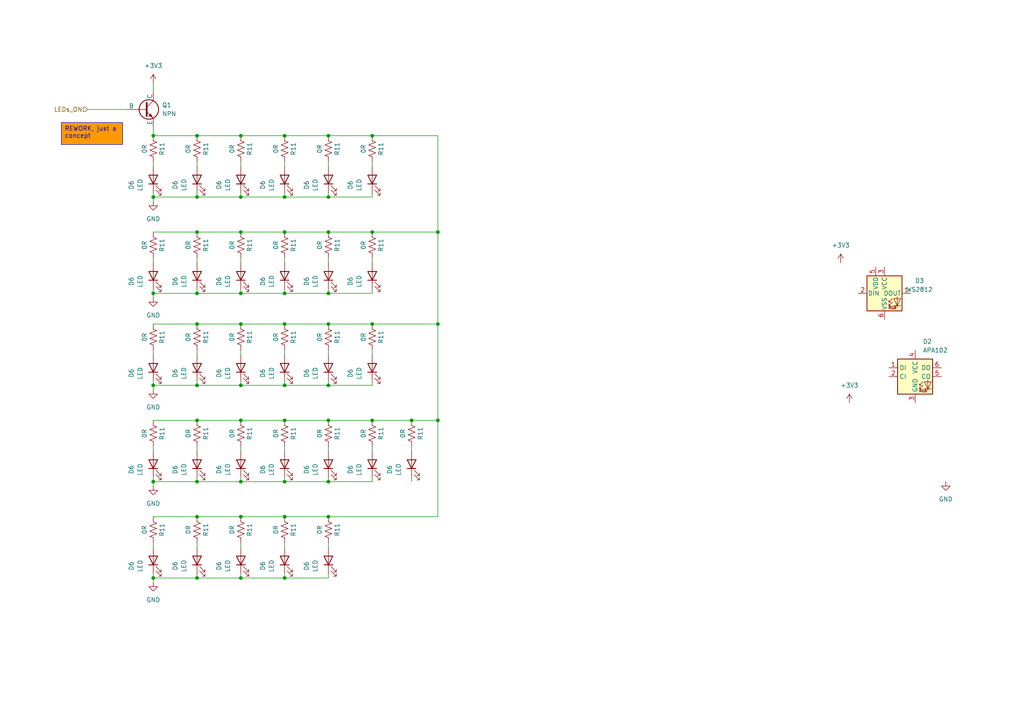
<source format=kicad_sch>
(kicad_sch (version 20230121) (generator eeschema)
  (paper "A4")
  (lib_symbols
    (symbol "Device:LED" (pin_numbers hide) (pin_names (offset 1.016) hide)
      (property "Reference" "D" (at 0 2.54 0))
      (property "Value" "LED" (at 0 -2.54 0))
      (symbol "LED_0_1"
        (polyline (pts (xy -1.27 -1.27) (xy -1.27 1.27)) (stroke (width 0.254)))
        (polyline (pts (xy -1.27 0) (xy 1.27 0)))
        (polyline (pts (xy 1.27 -1.27) (xy 1.27 1.27) (xy -1.27 0) (xy 1.27 -1.27)) (stroke (width 0.254)))
        (polyline (pts (xy -3.048 -0.762) (xy -4.572 -2.286) (xy -3.81 -2.286) (xy -4.572 -2.286) (xy -4.572 -1.524)))
        (polyline (pts (xy -1.778 -0.762) (xy -3.302 -2.286) (xy -2.54 -2.286) (xy -3.302 -2.286) (xy -3.302 -1.524)))
      )
      (symbol "LED_1_1"
        (pin passive line (at -3.81 0 0) (length 2.54) (name "K") (number "1"))
        (pin passive line (at 3.81 0 180) (length 2.54) (name "A") (number "2"))
      )
    )
    (symbol "Device:R_US" (pin_numbers hide) (pin_names (offset 0))
      (property "Reference" "R" (at 2.54 0 90))
      (property "Value" "R_US" (at -2.54 0 90))
      (symbol "R_US_0_1"
        (polyline (pts (xy 0 -2.286) (xy 0 -2.54)))
        (polyline (pts (xy 0 2.286) (xy 0 2.54)))
        (polyline (pts (xy 0 -0.762) (xy 1.016 -1.143) (xy 0 -1.524) (xy -1.016 -1.905) (xy 0 -2.286)))
        (polyline (pts (xy 0 0.762) (xy 1.016 0.381) (xy 0 0) (xy -1.016 -0.381) (xy 0 -0.762)))
        (polyline (pts (xy 0 2.286) (xy 1.016 1.905) (xy 0 1.524) (xy -1.016 1.143) (xy 0 0.762)))
      )
      (symbol "R_US_1_1"
        (pin passive line (at 0 3.81 270) (length 1.27) (name "~") (number "1"))
        (pin passive line (at 0 -3.81 90) (length 1.27) (name "~") (number "2"))
      )
    )
    (symbol "LED:APA102"
      (property "Reference" "D" (at 5.08 5.715 0))
      (property "Value" "APA102" (at 1.27 -5.715 0))
      (symbol "APA102_0_0"
        (text "RGB" (at 2.286 -4.191 0) (effects (font (size 0.762 0.762))))
      )
      (symbol "APA102_0_1"
        (polyline (pts (xy 1.27 -3.556) (xy 1.778 -3.556)))
        (polyline (pts (xy 1.27 -2.54) (xy 1.778 -2.54)))
        (polyline (pts (xy 4.699 -3.556) (xy 2.667 -3.556)))
        (polyline (pts (xy 2.286 -2.54) (xy 1.27 -3.556) (xy 1.27 -3.048)))
        (polyline (pts (xy 2.286 -1.524) (xy 1.27 -2.54) (xy 1.27 -2.032)))
        (polyline (pts (xy 3.683 -1.016) (xy 3.683 -3.556) (xy 3.683 -4.064)))
        (polyline (pts (xy 4.699 -1.524) (xy 2.667 -1.524) (xy 3.683 -3.556) (xy 4.699 -1.524)))
        (rectangle (start 5.08 5.08) (end -5.08 -5.08) (stroke (width 0.254)) (fill (type background)))
      )
      (symbol "APA102_1_1"
        (pin input line (at -7.62 2.54 0) (length 2.54) (name "DI") (number "1"))
        (pin input line (at -7.62 0 0) (length 2.54) (name "CI") (number "2"))
        (pin power_in line (at 0 -7.62 90) (length 2.54) (name "GND") (number "3"))
        (pin power_in line (at 0 7.62 270) (length 2.54) (name "VCC") (number "4"))
        (pin output line (at 7.62 0 180) (length 2.54) (name "CO") (number "5"))
        (pin output line (at 7.62 2.54 180) (length 2.54) (name "DO") (number "6"))
      )
    )
    (symbol "LED:WS2812" (pin_names (offset 0.254))
      (property "Reference" "D" (at 5.08 5.715 0))
      (property "Value" "WS2812" (at 1.27 -5.715 0))
      (symbol "WS2812_0_0"
        (text "RGB" (at 2.286 -4.191 0) (effects (font (size 0.762 0.762))))
      )
      (symbol "WS2812_0_1"
        (polyline (pts (xy 1.27 -3.556) (xy 1.778 -3.556)))
        (polyline (pts (xy 1.27 -2.54) (xy 1.778 -2.54)))
        (polyline (pts (xy 4.699 -3.556) (xy 2.667 -3.556)))
        (polyline (pts (xy 2.286 -2.54) (xy 1.27 -3.556) (xy 1.27 -3.048)))
        (polyline (pts (xy 2.286 -1.524) (xy 1.27 -2.54) (xy 1.27 -2.032)))
        (polyline (pts (xy 3.683 -1.016) (xy 3.683 -3.556) (xy 3.683 -4.064)))
        (polyline (pts (xy 4.699 -1.524) (xy 2.667 -1.524) (xy 3.683 -3.556) (xy 4.699 -1.524)))
        (rectangle (start 5.08 5.08) (end -5.08 -5.08) (stroke (width 0.254)) (fill (type background)))
      )
      (symbol "WS2812_1_1"
        (pin output line (at 7.62 0 180) (length 2.54) (name "DOUT") (number "1"))
        (pin input line (at -7.62 0 0) (length 2.54) (name "DIN") (number "2"))
        (pin power_in line (at 0 7.62 270) (length 2.54) (name "VCC") (number "3"))
        (pin no_connect line (at 5.08 2.54 180) (length 2.54) hide (name "NC") (number "4"))
        (pin power_in line (at -2.54 7.62 270) (length 2.54) (name "VDD") (number "5"))
        (pin power_in line (at 0 -7.62 90) (length 2.54) (name "VSS") (number "6"))
      )
    )
    (symbol "Simulation_SPICE:NPN" (pin_numbers hide) (pin_names (offset 0))
      (property "Reference" "Q" (at -2.54 7.62 0))
      (property "Value" "NPN" (at -2.54 5.08 0))
      (symbol "NPN_0_1"
        (polyline (pts (xy -2.54 0) (xy 0.635 0)) (stroke (width 0.1524)))
        (polyline (pts (xy 0.635 0.635) (xy 2.54 2.54)))
        (polyline (pts (xy 2.794 -1.27) (xy 2.794 -1.27)) (stroke (width 0.1524)))
        (polyline (pts (xy 2.794 -1.27) (xy 2.794 -1.27)) (stroke (width 0.1524)))
        (polyline (pts (xy 0.635 -0.635) (xy 2.54 -2.54) (xy 2.54 -2.54)))
        (polyline (pts (xy 0.635 1.905) (xy 0.635 -1.905) (xy 0.635 -1.905)) (stroke (width 0.508)))
        (polyline (pts (xy 1.27 -1.778) (xy 1.778 -1.27) (xy 2.286 -2.286) (xy 1.27 -1.778) (xy 1.27 -1.778)) (fill (type outline)))
        (circle (center 1.27 0) (radius 2.8194) (stroke (width 0.254)))
      )
      (symbol "NPN_1_1"
        (pin open_collector line (at 2.54 5.08 270) (length 2.54) (name "C") (number "1"))
        (pin input line (at -5.08 0 0) (length 2.54) (name "B") (number "2"))
        (pin open_emitter line (at 2.54 -5.08 90) (length 2.54) (name "E") (number "3"))
      )
    )
    (symbol "power:+3V3" (power) (pin_names (offset 0))
      (property "Value" "+3V3" (at 0 3.556 0))
      (symbol "+3V3_0_1"
        (polyline (pts (xy -0.762 1.27) (xy 0 2.54)))
        (polyline (pts (xy 0 0) (xy 0 2.54)))
        (polyline (pts (xy 0 2.54) (xy 0.762 1.27)))
      )
      (symbol "+3V3_1_1"
        (pin power_in line (at 0 0 90) (length 0) hide (name "+3V3") (number "1"))
      )
    )
    (symbol "power:GND" (power) (pin_names (offset 0))
      (property "Value" "GND" (at 0 -3.81 0))
      (symbol "GND_0_1"
        (polyline (pts (xy 0 0) (xy 0 -1.27) (xy 1.27 -1.27) (xy 0 -2.54) (xy -1.27 -1.27) (xy 0 -1.27)))
      )
      (symbol "GND_1_1"
        (pin power_in line (at 0 0 270) (length 0) hide (name "GND") (number "1"))
      )
    )
  )
  (junction (at 57.15 67.31))
  (junction (at 44.45 85.09))
  (junction (at 95.25 85.09))
  (junction (at 69.85 167.64))
  (junction (at 95.25 121.92))
  (junction (at 57.15 149.86))
  (junction (at 57.15 139.7))
  (junction (at 82.55 93.98))
  (junction (at 82.55 149.86))
  (junction (at 57.15 57.15))
  (junction (at 82.55 57.15))
  (junction (at 82.55 67.31))
  (junction (at 82.55 121.92))
  (junction (at 95.25 39.37))
  (junction (at 119.38 121.92))
  (junction (at 82.55 39.37))
  (junction (at 44.45 39.37))
  (junction (at 82.55 85.09))
  (junction (at 69.85 149.86))
  (junction (at 95.25 139.7))
  (junction (at 44.45 139.7))
  (junction (at 69.85 111.76))
  (junction (at 57.15 39.37))
  (junction (at 107.95 121.92))
  (junction (at 95.25 93.98))
  (junction (at 95.25 57.15))
  (junction (at 82.55 167.64))
  (junction (at 69.85 39.37))
  (junction (at 44.45 167.64))
  (junction (at 57.15 167.64))
  (junction (at 107.95 67.31))
  (junction (at 69.85 67.31))
  (junction (at 44.45 57.15))
  (junction (at 69.85 57.15))
  (junction (at 57.15 85.09))
  (junction (at 95.25 111.76))
  (junction (at 82.55 111.76))
  (junction (at 57.15 121.92))
  (junction (at 107.95 39.37))
  (junction (at 44.45 111.76))
  (junction (at 82.55 139.7))
  (junction (at 127 93.98))
  (junction (at 57.15 93.98))
  (junction (at 127 67.31))
  (junction (at 69.85 139.7))
  (junction (at 69.85 121.92))
  (junction (at 127 121.92))
  (junction (at 107.95 93.98))
  (junction (at 69.85 93.98))
  (junction (at 95.25 67.31))
  (junction (at 95.25 149.86))
  (junction (at 69.85 85.09))
  (junction (at 57.15 111.76))
  (wire (pts (xy 44.45 121.92) (xy 57.15 121.92)))
  (wire (pts (xy 69.85 102.87) (xy 69.85 101.6)))
  (wire (pts (xy 69.85 166.37) (xy 69.85 167.64)))
  (wire (pts (xy 82.55 39.37) (xy 95.25 39.37)))
  (wire (pts (xy 44.45 67.31) (xy 57.15 67.31)))
  (wire (pts (xy 57.15 67.31) (xy 69.85 67.31)))
  (wire (pts (xy 82.55 55.88) (xy 82.55 57.15)))
  (wire (pts (xy 107.95 110.49) (xy 107.95 111.76)))
  (wire (pts (xy 69.85 76.2) (xy 69.85 74.93)))
  (wire (pts (xy 107.95 83.82) (xy 107.95 85.09)))
  (wire (pts (xy 57.15 93.98) (xy 69.85 93.98)))
  (wire (pts (xy 107.95 67.31) (xy 127 67.31)))
  (wire (pts (xy 44.45 167.64) (xy 57.15 167.64)))
  (wire (pts (xy 107.95 138.43) (xy 107.95 139.7)))
  (wire (pts (xy 69.85 67.31) (xy 82.55 67.31)))
  (wire (pts (xy 44.45 149.86) (xy 57.15 149.86)))
  (wire (pts (xy 69.85 138.43) (xy 69.85 139.7)))
  (wire (pts (xy 107.95 76.2) (xy 107.95 74.93)))
  (wire (pts (xy 44.45 85.09) (xy 44.45 86.36)))
  (wire (pts (xy 44.45 139.7) (xy 44.45 140.97)))
  (wire (pts (xy 107.95 39.37) (xy 127 39.37)))
  (wire (pts (xy 57.15 102.87) (xy 57.15 101.6)))
  (wire (pts (xy 95.25 48.26) (xy 95.25 46.99)))
  (wire (pts (xy 95.25 110.49) (xy 95.25 111.76)))
  (wire (pts (xy 44.45 93.98) (xy 57.15 93.98)))
  (wire (pts (xy 57.15 121.92) (xy 69.85 121.92)))
  (wire (pts (xy 69.85 55.88) (xy 69.85 57.15)))
  (wire (pts (xy 44.45 102.87) (xy 44.45 101.6)))
  (wire (pts (xy 57.15 149.86) (xy 69.85 149.86)))
  (wire (pts (xy 95.25 138.43) (xy 95.25 139.7)))
  (wire (pts (xy 95.25 158.75) (xy 95.25 157.48)))
  (wire (pts (xy 95.25 39.37) (xy 107.95 39.37)))
  (wire (pts (xy 69.85 57.15) (xy 82.55 57.15)))
  (wire (pts (xy 57.15 110.49) (xy 57.15 111.76)))
  (wire (pts (xy 82.55 93.98) (xy 95.25 93.98)))
  (wire (pts (xy 95.25 55.88) (xy 95.25 57.15)))
  (wire (pts (xy 82.55 166.37) (xy 82.55 167.64)))
  (wire (pts (xy 82.55 76.2) (xy 82.55 74.93)))
  (wire (pts (xy 44.45 83.82) (xy 44.45 85.09)))
  (wire (pts (xy 69.85 39.37) (xy 82.55 39.37)))
  (wire (pts (xy 127 149.86) (xy 127 121.92)))
  (wire (pts (xy 57.15 85.09) (xy 69.85 85.09)))
  (wire (pts (xy 44.45 57.15) (xy 57.15 57.15)))
  (wire (pts (xy 127 121.92) (xy 119.38 121.92)))
  (wire (pts (xy 82.55 102.87) (xy 82.55 101.6)))
  (wire (pts (xy 69.85 111.76) (xy 82.55 111.76)))
  (wire (pts (xy 95.25 111.76) (xy 107.95 111.76)))
  (wire (pts (xy 44.45 138.43) (xy 44.45 139.7)))
  (wire (pts (xy 44.45 139.7) (xy 57.15 139.7)))
  (wire (pts (xy 44.45 36.83) (xy 44.45 39.37)))
  (wire (pts (xy 82.55 130.81) (xy 82.55 129.54)))
  (wire (pts (xy 95.25 57.15) (xy 107.95 57.15)))
  (wire (pts (xy 69.85 48.26) (xy 69.85 46.99)))
  (wire (pts (xy 69.85 93.98) (xy 82.55 93.98)))
  (wire (pts (xy 82.55 138.43) (xy 82.55 139.7)))
  (wire (pts (xy 57.15 138.43) (xy 57.15 139.7)))
  (wire (pts (xy 44.45 76.2) (xy 44.45 74.93)))
  (wire (pts (xy 57.15 158.75) (xy 57.15 157.48)))
  (wire (pts (xy 69.85 158.75) (xy 69.85 157.48)))
  (wire (pts (xy 44.45 130.81) (xy 44.45 129.54)))
  (wire (pts (xy 57.15 166.37) (xy 57.15 167.64)))
  (wire (pts (xy 57.15 57.15) (xy 69.85 57.15)))
  (wire (pts (xy 82.55 111.76) (xy 95.25 111.76)))
  (wire (pts (xy 95.25 139.7) (xy 107.95 139.7)))
  (wire (pts (xy 107.95 102.87) (xy 107.95 101.6)))
  (wire (pts (xy 82.55 85.09) (xy 95.25 85.09)))
  (wire (pts (xy 82.55 110.49) (xy 82.55 111.76)))
  (wire (pts (xy 107.95 93.98) (xy 127 93.98)))
  (wire (pts (xy 44.45 110.49) (xy 44.45 111.76)))
  (wire (pts (xy 95.25 76.2) (xy 95.25 74.93)))
  (wire (pts (xy 44.45 166.37) (xy 44.45 167.64)))
  (wire (pts (xy 107.95 48.26) (xy 107.95 46.99)))
  (wire (pts (xy 44.45 111.76) (xy 44.45 113.03)))
  (wire (pts (xy 95.25 121.92) (xy 107.95 121.92)))
  (wire (pts (xy 57.15 55.88) (xy 57.15 57.15)))
  (wire (pts (xy 44.45 158.75) (xy 44.45 157.48)))
  (wire (pts (xy 57.15 111.76) (xy 69.85 111.76)))
  (wire (pts (xy 82.55 57.15) (xy 95.25 57.15)))
  (wire (pts (xy 95.25 93.98) (xy 107.95 93.98)))
  (wire (pts (xy 44.45 167.64) (xy 44.45 168.91)))
  (wire (pts (xy 25.4 31.75) (xy 36.83 31.75)))
  (wire (pts (xy 44.45 39.37) (xy 57.15 39.37)))
  (wire (pts (xy 82.55 48.26) (xy 82.55 46.99)))
  (wire (pts (xy 82.55 149.86) (xy 95.25 149.86)))
  (wire (pts (xy 82.55 139.7) (xy 95.25 139.7)))
  (wire (pts (xy 57.15 167.64) (xy 69.85 167.64)))
  (wire (pts (xy 57.15 139.7) (xy 69.85 139.7)))
  (wire (pts (xy 57.15 48.26) (xy 57.15 46.99)))
  (wire (pts (xy 82.55 121.92) (xy 95.25 121.92)))
  (wire (pts (xy 119.38 138.43) (xy 119.38 139.7)))
  (wire (pts (xy 127 67.31) (xy 127 93.98)))
  (wire (pts (xy 119.38 130.81) (xy 119.38 129.54)))
  (wire (pts (xy 57.15 76.2) (xy 57.15 74.93)))
  (wire (pts (xy 44.45 85.09) (xy 57.15 85.09)))
  (wire (pts (xy 107.95 130.81) (xy 107.95 129.54)))
  (wire (pts (xy 69.85 130.81) (xy 69.85 129.54)))
  (wire (pts (xy 69.85 167.64) (xy 82.55 167.64)))
  (wire (pts (xy 95.25 166.37) (xy 95.25 167.64)))
  (wire (pts (xy 69.85 139.7) (xy 82.55 139.7)))
  (wire (pts (xy 95.25 83.82) (xy 95.25 85.09)))
  (wire (pts (xy 44.45 57.15) (xy 44.45 58.42)))
  (wire (pts (xy 44.45 55.88) (xy 44.45 57.15)))
  (wire (pts (xy 57.15 39.37) (xy 69.85 39.37)))
  (wire (pts (xy 95.25 149.86) (xy 127 149.86)))
  (wire (pts (xy 95.25 85.09) (xy 107.95 85.09)))
  (wire (pts (xy 69.85 85.09) (xy 82.55 85.09)))
  (wire (pts (xy 69.85 83.82) (xy 69.85 85.09)))
  (wire (pts (xy 107.95 55.88) (xy 107.95 57.15)))
  (wire (pts (xy 69.85 149.86) (xy 82.55 149.86)))
  (wire (pts (xy 95.25 130.81) (xy 95.25 129.54)))
  (wire (pts (xy 107.95 121.92) (xy 119.38 121.92)))
  (wire (pts (xy 44.45 24.13) (xy 44.45 26.67)))
  (wire (pts (xy 44.45 111.76) (xy 57.15 111.76)))
  (wire (pts (xy 69.85 121.92) (xy 82.55 121.92)))
  (wire (pts (xy 127 39.37) (xy 127 67.31)))
  (wire (pts (xy 95.25 67.31) (xy 107.95 67.31)))
  (wire (pts (xy 82.55 167.64) (xy 95.25 167.64)))
  (wire (pts (xy 95.25 102.87) (xy 95.25 101.6)))
  (wire (pts (xy 82.55 158.75) (xy 82.55 157.48)))
  (wire (pts (xy 82.55 67.31) (xy 95.25 67.31)))
  (wire (pts (xy 69.85 110.49) (xy 69.85 111.76)))
  (wire (pts (xy 57.15 130.81) (xy 57.15 129.54)))
  (wire (pts (xy 57.15 83.82) (xy 57.15 85.09)))
  (wire (pts (xy 82.55 83.82) (xy 82.55 85.09)))
  (wire (pts (xy 44.45 48.26) (xy 44.45 46.99)))
  (wire (pts (xy 127 93.98) (xy 127 121.92)))
  (text_box "REWORK, just a concept" (at 17.78 35.56 0) (size 17.78 6.35) (fill (type color) (color 255 153 0 1)) (effects (font (size 1.27 1.27)) (justify left top)))
  (hierarchical_label "LEDs_ON" (shape input) (at 25.4 31.75 180))
  (symbol (lib_id "Device:LED") (at 57.15 52.07 90) (unit 1)
    (property "Reference" "D6" (at 50.8 53.6575 0))
    (property "Value" "LED" (at 53.34 53.6575 0))
    (instances (project "KeyBoard01_Left" (path "" (reference "D6") (unit 1)) (path "" (reference "D42") (unit 1))))
  )
  (symbol (lib_id "Device:R_US") (at 57.15 43.18 180) (unit 1)
    (property "Reference" "R11" (at 59.69 43.18 90))
    (property "Value" "0R" (at 54.61 43.18 90))
    (property "Footprint" "Resistor_SMD:R_0402_1005Metric" (effects hide))
    (instances (project "KeyBoard01_Left" (path "" (reference "R11") (unit 1)) (path "" (reference "R14") (unit 1)) (path "" (reference "R15") (unit 1))))
  )
  (symbol (lib_id "Device:LED") (at 69.85 52.07 90) (unit 1)
    (property "Reference" "D6" (at 63.5 53.6575 0))
    (property "Value" "LED" (at 66.04 53.6575 0))
    (instances (project "KeyBoard01_Left" (path "" (reference "D6") (unit 1)) (path "" (reference "D43") (unit 1))))
  )
  (symbol (lib_id "Device:LED") (at 44.45 52.07 90) (unit 1)
    (property "Reference" "D6" (at 38.1 53.6575 0))
    (property "Value" "LED" (at 40.64 53.6575 0))
    (instances (project "KeyBoard01_Left" (path "" (reference "D6") (unit 1)) (path "" (reference "D2") (unit 1))))
  )
  (symbol (lib_id "Device:LED") (at 44.45 106.68 90) (unit 1)
    (property "Reference" "D6" (at 38.1 108.2675 0))
    (property "Value" "LED" (at 40.64 108.2675 0))
    (instances (project "KeyBoard01_Left" (path "" (reference "D6") (unit 1)) (path "" (reference "D53") (unit 1))))
  )
  (symbol (lib_id "Device:LED") (at 57.15 106.68 90) (unit 1)
    (property "Reference" "D6" (at 50.8 108.2675 0))
    (property "Value" "LED" (at 53.34 108.2675 0))
    (instances (project "KeyBoard01_Left" (path "" (reference "D6") (unit 1)) (path "" (reference "D54") (unit 1))))
  )
  (symbol (lib_id "Device:LED") (at 119.38 134.62 90) (unit 1)
    (property "Reference" "D6" (at 113.03 136.2075 0))
    (property "Value" "LED" (at 115.57 136.2075 0))
    (instances (project "KeyBoard01_Left" (path "" (reference "D6") (unit 1)) (path "" (reference "D70") (unit 1))))
  )
  (symbol (lib_id "Device:R_US") (at 82.55 97.79 180) (unit 1)
    (property "Reference" "R11" (at 85.09 97.79 90))
    (property "Value" "0R" (at 80.01 97.79 90))
    (property "Footprint" "Resistor_SMD:R_0402_1005Metric" (effects hide))
    (instances (project "KeyBoard01_Left" (path "" (reference "R11") (unit 1)) (path "" (reference "R14") (unit 1)) (path "" (reference "R29") (unit 1))))
  )
  (symbol (lib_id "Device:R_US") (at 69.85 125.73 180) (unit 1)
    (property "Reference" "R11" (at 72.39 125.73 90))
    (property "Value" "0R" (at 67.31 125.73 90))
    (property "Footprint" "Resistor_SMD:R_0402_1005Metric" (effects hide))
    (instances (project "KeyBoard01_Left" (path "" (reference "R11") (unit 1)) (path "" (reference "R14") (unit 1)) (path "" (reference "R34") (unit 1))))
  )
  (symbol (lib_id "Device:R_US") (at 82.55 153.67 180) (unit 1)
    (property "Reference" "R11" (at 85.09 153.67 90))
    (property "Value" "0R" (at 80.01 153.67 90))
    (property "Footprint" "Resistor_SMD:R_0402_1005Metric" (effects hide))
    (instances (project "KeyBoard01_Left" (path "" (reference "R11") (unit 1)) (path "" (reference "R14") (unit 1)) (path "" (reference "R41") (unit 1))))
  )
  (symbol (lib_id "power:+3V3") (at 243.84 76.2 0) (unit 1)
    (property "Reference" "#PWR017" (effects hide))
    (property "Value" "+3V3" (at 243.84 71.12 0))
    (instances (project "KeyBoard01_Left" (path "" (reference "#PWR017") (unit 1)) (path "" (reference "#PWR043") (unit 1)) (path "" (reference "#PWR038") (unit 1))))
  )
  (symbol (lib_id "Device:R_US") (at 57.15 97.79 180) (unit 1)
    (property "Reference" "R11" (at 59.69 97.79 90))
    (property "Value" "0R" (at 54.61 97.79 90))
    (property "Footprint" "Resistor_SMD:R_0402_1005Metric" (effects hide))
    (instances (project "KeyBoard01_Left" (path "" (reference "R11") (unit 1)) (path "" (reference "R14") (unit 1)) (path "" (reference "R27") (unit 1))))
  )
  (symbol (lib_id "Device:R_US") (at 119.38 125.73 180) (unit 1)
    (property "Reference" "R11" (at 121.92 125.73 90))
    (property "Value" "0R" (at 116.84 125.73 90))
    (property "Footprint" "Resistor_SMD:R_0402_1005Metric" (effects hide))
    (instances (project "KeyBoard01_Left" (path "" (reference "R11") (unit 1)) (path "" (reference "R14") (unit 1)) (path "" (reference "R43") (unit 1))))
  )
  (symbol (lib_id "Device:R_US") (at 69.85 43.18 180) (unit 1)
    (property "Reference" "R11" (at 72.39 43.18 90))
    (property "Value" "0R" (at 67.31 43.18 90))
    (property "Footprint" "Resistor_SMD:R_0402_1005Metric" (effects hide))
    (instances (project "KeyBoard01_Left" (path "" (reference "R11") (unit 1)) (path "" (reference "R14") (unit 1)) (path "" (reference "R16") (unit 1))))
  )
  (symbol (lib_id "LED:APA102") (at 265.43 109.22 0) (unit 1)
    (property "Reference" "D2" (at 267.6241 99.06 0) (effects (justify left)))
    (property "Value" "APA102" (at 267.6241 101.6 0) (effects (justify left)))
    (property "Footprint" "LED_SMD:LED_RGB_5050-6" (effects hide))
    (property "Datasheet" "http://www.led-color.com/upload/201506/APA102%20LED.pdf" (effects hide))
    (instances (project "KeyBoard01_Left" (path "" (reference "D2") (unit 1)) (path "" (reference "D3") (unit 1))))
  )
  (symbol (lib_id "Device:R_US") (at 57.15 125.73 180) (unit 1)
    (property "Reference" "R11" (at 59.69 125.73 90))
    (property "Value" "0R" (at 54.61 125.73 90))
    (property "Footprint" "Resistor_SMD:R_0402_1005Metric" (effects hide))
    (instances (project "KeyBoard01_Left" (path "" (reference "R11") (unit 1)) (path "" (reference "R14") (unit 1)) (path "" (reference "R33") (unit 1))))
  )
  (symbol (lib_id "Device:LED") (at 95.25 52.07 90) (unit 1)
    (property "Reference" "D6" (at 88.9 53.6575 0))
    (property "Value" "LED" (at 91.44 53.6575 0))
    (instances (project "KeyBoard01_Left" (path "" (reference "D6") (unit 1)) (path "" (reference "D45") (unit 1))))
  )
  (symbol (lib_id "Device:R_US") (at 44.45 125.73 180) (unit 1)
    (property "Reference" "R11" (at 46.99 125.73 90))
    (property "Value" "0R" (at 41.91 125.73 90))
    (property "Footprint" "Resistor_SMD:R_0402_1005Metric" (effects hide))
    (instances (project "KeyBoard01_Left" (path "" (reference "R11") (unit 1)) (path "" (reference "R14") (unit 1)) (path "" (reference "R32") (unit 1))))
  )
  (symbol (lib_id "Device:LED") (at 107.95 134.62 90) (unit 1)
    (property "Reference" "D6" (at 101.6 136.2075 0))
    (property "Value" "LED" (at 104.14 136.2075 0))
    (instances (project "KeyBoard01_Left" (path "" (reference "D6") (unit 1)) (path "" (reference "D64") (unit 1))))
  )
  (symbol (lib_id "LED:WS2812") (at 256.54 85.09 0) (unit 1)
    (property "Reference" "D3" (at 266.7 81.4421 0))
    (property "Value" "WS2812" (at 266.7 83.9821 0))
    (property "Footprint" "Package_DIP:DIP-8-16_W7.62mm_Socket_LongPads" (effects hide))
    (property "Datasheet" "https://cdn-shop.adafruit.com/datasheets/WS2812.pdf" (effects hide))
    (instances (project "KeyBoard01_Left" (path "" (reference "D3") (unit 1)) (path "" (reference "D6") (unit 1))))
  )
  (symbol (lib_id "Device:LED") (at 82.55 80.01 90) (unit 1)
    (property "Reference" "D6" (at 76.2 81.5975 0))
    (property "Value" "LED" (at 78.74 81.5975 0))
    (instances (project "KeyBoard01_Left" (path "" (reference "D6") (unit 1)) (path "" (reference "D50") (unit 1))))
  )
  (symbol (lib_id "Device:R_US") (at 107.95 125.73 180) (unit 1)
    (property "Reference" "R11" (at 110.49 125.73 90))
    (property "Value" "0R" (at 105.41 125.73 90))
    (property "Footprint" "Resistor_SMD:R_0402_1005Metric" (effects hide))
    (instances (project "KeyBoard01_Left" (path "" (reference "R11") (unit 1)) (path "" (reference "R14") (unit 1)) (path "" (reference "R37") (unit 1))))
  )
  (symbol (lib_id "Device:LED") (at 95.25 106.68 90) (unit 1)
    (property "Reference" "D6" (at 88.9 108.2675 0))
    (property "Value" "LED" (at 91.44 108.2675 0))
    (instances (project "KeyBoard01_Left" (path "" (reference "D6") (unit 1)) (path "" (reference "D57") (unit 1))))
  )
  (symbol (lib_id "Device:R_US") (at 44.45 97.79 180) (unit 1)
    (property "Reference" "R11" (at 46.99 97.79 90))
    (property "Value" "0R" (at 41.91 97.79 90))
    (property "Footprint" "Resistor_SMD:R_0402_1005Metric" (effects hide))
    (instances (project "KeyBoard01_Left" (path "" (reference "R11") (unit 1)) (path "" (reference "R14") (unit 1)) (path "" (reference "R26") (unit 1))))
  )
  (symbol (lib_id "Device:R_US") (at 95.25 125.73 180) (unit 1)
    (property "Reference" "R11" (at 97.79 125.73 90))
    (property "Value" "0R" (at 92.71 125.73 90))
    (property "Footprint" "Resistor_SMD:R_0402_1005Metric" (effects hide))
    (instances (project "KeyBoard01_Left" (path "" (reference "R11") (unit 1)) (path "" (reference "R14") (unit 1)) (path "" (reference "R36") (unit 1))))
  )
  (symbol (lib_id "Device:R_US") (at 95.25 71.12 180) (unit 1)
    (property "Reference" "R11" (at 97.79 71.12 90))
    (property "Value" "0R" (at 92.71 71.12 90))
    (property "Footprint" "Resistor_SMD:R_0402_1005Metric" (effects hide))
    (instances (project "KeyBoard01_Left" (path "" (reference "R11") (unit 1)) (path "" (reference "R14") (unit 1)) (path "" (reference "R24") (unit 1))))
  )
  (symbol (lib_id "power:+3V3") (at 246.38 116.84 0) (unit 1)
    (property "Reference" "#PWR017" (effects hide))
    (property "Value" "+3V3" (at 246.38 111.76 0))
    (instances (project "KeyBoard01_Left" (path "" (reference "#PWR017") (unit 1)) (path "" (reference "#PWR039") (unit 1)) (path "" (reference "#PWR039") (unit 1))))
  )
  (symbol (lib_id "Device:R_US") (at 95.25 43.18 180) (unit 1)
    (property "Reference" "R11" (at 97.79 43.18 90))
    (property "Value" "0R" (at 92.71 43.18 90))
    (property "Footprint" "Resistor_SMD:R_0402_1005Metric" (effects hide))
    (instances (project "KeyBoard01_Left" (path "" (reference "R11") (unit 1)) (path "" (reference "R14") (unit 1)) (path "" (reference "R18") (unit 1))))
  )
  (symbol (lib_id "power:+3V3") (at 44.45 24.13 0) (unit 1)
    (property "Reference" "#PWR017" (effects hide))
    (property "Value" "+3V3" (at 44.45 19.05 0))
    (instances (project "KeyBoard01_Left" (path "" (reference "#PWR017") (unit 1)) (path "" (reference "#PWR043") (unit 1)) (path "" (reference "#PWR048") (unit 1))))
  )
  (symbol (lib_id "Device:LED") (at 82.55 106.68 90) (unit 1)
    (property "Reference" "D6" (at 76.2 108.2675 0))
    (property "Value" "LED" (at 78.74 108.2675 0))
    (instances (project "KeyBoard01_Left" (path "" (reference "D6") (unit 1)) (path "" (reference "D56") (unit 1))))
  )
  (symbol (lib_id "Device:LED") (at 69.85 80.01 90) (unit 1)
    (property "Reference" "D6" (at 63.5 81.5975 0))
    (property "Value" "LED" (at 66.04 81.5975 0))
    (instances (project "KeyBoard01_Left" (path "" (reference "D6") (unit 1)) (path "" (reference "D49") (unit 1))))
  )
  (symbol (lib_id "Device:LED") (at 69.85 162.56 90) (unit 1)
    (property "Reference" "D6" (at 63.5 164.1475 0))
    (property "Value" "LED" (at 66.04 164.1475 0))
    (instances (project "KeyBoard01_Left" (path "" (reference "D6") (unit 1)) (path "" (reference "D67") (unit 1))))
  )
  (symbol (lib_id "Device:R_US") (at 57.15 71.12 180) (unit 1)
    (property "Reference" "R11" (at 59.69 71.12 90))
    (property "Value" "0R" (at 54.61 71.12 90))
    (property "Footprint" "Resistor_SMD:R_0402_1005Metric" (effects hide))
    (instances (project "KeyBoard01_Left" (path "" (reference "R11") (unit 1)) (path "" (reference "R14") (unit 1)) (path "" (reference "R21") (unit 1))))
  )
  (symbol (lib_id "Device:LED") (at 95.25 80.01 90) (unit 1)
    (property "Reference" "D6" (at 88.9 81.5975 0))
    (property "Value" "LED" (at 91.44 81.5975 0))
    (instances (project "KeyBoard01_Left" (path "" (reference "D6") (unit 1)) (path "" (reference "D51") (unit 1))))
  )
  (symbol (lib_id "Device:R_US") (at 44.45 153.67 180) (unit 1)
    (property "Reference" "R11" (at 46.99 153.67 90))
    (property "Value" "0R" (at 41.91 153.67 90))
    (property "Footprint" "Resistor_SMD:R_0402_1005Metric" (effects hide))
    (instances (project "KeyBoard01_Left" (path "" (reference "R11") (unit 1)) (path "" (reference "R14") (unit 1)) (path "" (reference "R38") (unit 1))))
  )
  (symbol (lib_id "Device:LED") (at 44.45 80.01 90) (unit 1)
    (property "Reference" "D6" (at 38.1 81.5975 0))
    (property "Value" "LED" (at 40.64 81.5975 0))
    (instances (project "KeyBoard01_Left" (path "" (reference "D6") (unit 1)) (path "" (reference "D47") (unit 1))))
  )
  (symbol (lib_id "Device:R_US") (at 44.45 71.12 180) (unit 1)
    (property "Reference" "R11" (at 46.99 71.12 90))
    (property "Value" "0R" (at 41.91 71.12 90))
    (property "Footprint" "Resistor_SMD:R_0402_1005Metric" (effects hide))
    (instances (project "KeyBoard01_Left" (path "" (reference "R11") (unit 1)) (path "" (reference "R14") (unit 1)) (path "" (reference "R20") (unit 1))))
  )
  (symbol (lib_id "Device:R_US") (at 57.15 153.67 180) (unit 1)
    (property "Reference" "R11" (at 59.69 153.67 90))
    (property "Value" "0R" (at 54.61 153.67 90))
    (property "Footprint" "Resistor_SMD:R_0402_1005Metric" (effects hide))
    (instances (project "KeyBoard01_Left" (path "" (reference "R11") (unit 1)) (path "" (reference "R14") (unit 1)) (path "" (reference "R39") (unit 1))))
  )
  (symbol (lib_id "Device:R_US") (at 107.95 71.12 180) (unit 1)
    (property "Reference" "R11" (at 110.49 71.12 90))
    (property "Value" "0R" (at 105.41 71.12 90))
    (property "Footprint" "Resistor_SMD:R_0402_1005Metric" (effects hide))
    (instances (project "KeyBoard01_Left" (path "" (reference "R11") (unit 1)) (path "" (reference "R14") (unit 1)) (path "" (reference "R25") (unit 1))))
  )
  (symbol (lib_id "Device:R_US") (at 107.95 43.18 180) (unit 1)
    (property "Reference" "R11" (at 110.49 43.18 90))
    (property "Value" "0R" (at 105.41 43.18 90))
    (property "Footprint" "Resistor_SMD:R_0402_1005Metric" (effects hide))
    (instances (project "KeyBoard01_Left" (path "" (reference "R11") (unit 1)) (path "" (reference "R14") (unit 1)) (path "" (reference "R19") (unit 1))))
  )
  (symbol (lib_id "Device:R_US") (at 107.95 97.79 180) (unit 1)
    (property "Reference" "R11" (at 110.49 97.79 90))
    (property "Value" "0R" (at 105.41 97.79 90))
    (property "Footprint" "Resistor_SMD:R_0402_1005Metric" (effects hide))
    (instances (project "KeyBoard01_Left" (path "" (reference "R11") (unit 1)) (path "" (reference "R14") (unit 1)) (path "" (reference "R31") (unit 1))))
  )
  (symbol (lib_id "power:GND") (at 44.45 113.03 0) (unit 1)
    (property "Reference" "#PWR042" (effects hide))
    (property "Value" "GND" (at 44.45 118.11 0))
    (instances (project "KeyBoard01_Left" (path "" (reference "#PWR042") (unit 1)) (path "" (reference "#PWR045") (unit 1))))
  )
  (symbol (lib_id "Device:LED") (at 82.55 134.62 90) (unit 1)
    (property "Reference" "D6" (at 76.2 136.2075 0))
    (property "Value" "LED" (at 78.74 136.2075 0))
    (instances (project "KeyBoard01_Left" (path "" (reference "D6") (unit 1)) (path "" (reference "D62") (unit 1))))
  )
  (symbol (lib_id "power:GND") (at 274.32 139.7 0) (unit 1)
    (property "Reference" "#PWR038" (effects hide))
    (property "Value" "GND" (at 274.32 144.78 0))
    (instances (project "KeyBoard01_Left" (path "" (reference "#PWR038") (unit 1)) (path "" (reference "#PWR043") (unit 1))))
  )
  (symbol (lib_id "Device:R_US") (at 82.55 71.12 180) (unit 1)
    (property "Reference" "R11" (at 85.09 71.12 90))
    (property "Value" "0R" (at 80.01 71.12 90))
    (property "Footprint" "Resistor_SMD:R_0402_1005Metric" (effects hide))
    (instances (project "KeyBoard01_Left" (path "" (reference "R11") (unit 1)) (path "" (reference "R14") (unit 1)) (path "" (reference "R23") (unit 1))))
  )
  (symbol (lib_id "Device:R_US") (at 69.85 153.67 180) (unit 1)
    (property "Reference" "R11" (at 72.39 153.67 90))
    (property "Value" "0R" (at 67.31 153.67 90))
    (property "Footprint" "Resistor_SMD:R_0402_1005Metric" (effects hide))
    (instances (project "KeyBoard01_Left" (path "" (reference "R11") (unit 1)) (path "" (reference "R14") (unit 1)) (path "" (reference "R40") (unit 1))))
  )
  (symbol (lib_id "Device:LED") (at 107.95 80.01 90) (unit 1)
    (property "Reference" "D6" (at 101.6 81.5975 0))
    (property "Value" "LED" (at 104.14 81.5975 0))
    (instances (project "KeyBoard01_Left" (path "" (reference "D6") (unit 1)) (path "" (reference "D52") (unit 1))))
  )
  (symbol (lib_id "Device:LED") (at 95.25 162.56 90) (unit 1)
    (property "Reference" "D6" (at 88.9 164.1475 0))
    (property "Value" "LED" (at 91.44 164.1475 0))
    (instances (project "KeyBoard01_Left" (path "" (reference "D6") (unit 1)) (path "" (reference "D69") (unit 1))))
  )
  (symbol (lib_id "Device:LED") (at 57.15 134.62 90) (unit 1)
    (property "Reference" "D6" (at 50.8 136.2075 0))
    (property "Value" "LED" (at 53.34 136.2075 0))
    (instances (project "KeyBoard01_Left" (path "" (reference "D6") (unit 1)) (path "" (reference "D60") (unit 1))))
  )
  (symbol (lib_id "Device:LED") (at 107.95 106.68 90) (unit 1)
    (property "Reference" "D6" (at 101.6 108.2675 0))
    (property "Value" "LED" (at 104.14 108.2675 0))
    (instances (project "KeyBoard01_Left" (path "" (reference "D6") (unit 1)) (path "" (reference "D58") (unit 1))))
  )
  (symbol (lib_id "Device:R_US") (at 95.25 153.67 180) (unit 1)
    (property "Reference" "R11" (at 97.79 153.67 90))
    (property "Value" "0R" (at 92.71 153.67 90))
    (property "Footprint" "Resistor_SMD:R_0402_1005Metric" (effects hide))
    (instances (project "KeyBoard01_Left" (path "" (reference "R11") (unit 1)) (path "" (reference "R14") (unit 1)) (path "" (reference "R42") (unit 1))))
  )
  (symbol (lib_id "Device:LED") (at 44.45 134.62 90) (unit 1)
    (property "Reference" "D6" (at 38.1 136.2075 0))
    (property "Value" "LED" (at 40.64 136.2075 0))
    (instances (project "KeyBoard01_Left" (path "" (reference "D6") (unit 1)) (path "" (reference "D59") (unit 1))))
  )
  (symbol (lib_id "Device:LED") (at 95.25 134.62 90) (unit 1)
    (property "Reference" "D6" (at 88.9 136.2075 0))
    (property "Value" "LED" (at 91.44 136.2075 0))
    (instances (project "KeyBoard01_Left" (path "" (reference "D6") (unit 1)) (path "" (reference "D63") (unit 1))))
  )
  (symbol (lib_id "Device:R_US") (at 69.85 71.12 180) (unit 1)
    (property "Reference" "R11" (at 72.39 71.12 90))
    (property "Value" "0R" (at 67.31 71.12 90))
    (property "Footprint" "Resistor_SMD:R_0402_1005Metric" (effects hide))
    (instances (project "KeyBoard01_Left" (path "" (reference "R11") (unit 1)) (path "" (reference "R14") (unit 1)) (path "" (reference "R22") (unit 1))))
  )
  (symbol (lib_id "power:GND") (at 44.45 168.91 0) (unit 1)
    (property "Reference" "#PWR042" (effects hide))
    (property "Value" "GND" (at 44.45 173.99 0))
    (instances (project "KeyBoard01_Left" (path "" (reference "#PWR042") (unit 1)) (path "" (reference "#PWR047") (unit 1))))
  )
  (symbol (lib_id "Device:LED") (at 57.15 162.56 90) (unit 1)
    (property "Reference" "D6" (at 50.8 164.1475 0))
    (property "Value" "LED" (at 53.34 164.1475 0))
    (instances (project "KeyBoard01_Left" (path "" (reference "D6") (unit 1)) (path "" (reference "D66") (unit 1))))
  )
  (symbol (lib_id "power:GND") (at 44.45 140.97 0) (unit 1)
    (property "Reference" "#PWR042" (effects hide))
    (property "Value" "GND" (at 44.45 146.05 0))
    (instances (project "KeyBoard01_Left" (path "" (reference "#PWR042") (unit 1)) (path "" (reference "#PWR046") (unit 1))))
  )
  (symbol (lib_id "Device:LED") (at 82.55 162.56 90) (unit 1)
    (property "Reference" "D6" (at 76.2 164.1475 0))
    (property "Value" "LED" (at 78.74 164.1475 0))
    (instances (project "KeyBoard01_Left" (path "" (reference "D6") (unit 1)) (path "" (reference "D68") (unit 1))))
  )
  (symbol (lib_id "Device:R_US") (at 82.55 43.18 180) (unit 1)
    (property "Reference" "R11" (at 85.09 43.18 90))
    (property "Value" "0R" (at 80.01 43.18 90))
    (property "Footprint" "Resistor_SMD:R_0402_1005Metric" (effects hide))
    (instances (project "KeyBoard01_Left" (path "" (reference "R11") (unit 1)) (path "" (reference "R14") (unit 1)) (path "" (reference "R17") (unit 1))))
  )
  (symbol (lib_id "power:GND") (at 44.45 58.42 0) (unit 1)
    (property "Reference" "#PWR042" (effects hide))
    (property "Value" "GND" (at 44.45 63.5 0))
  )
  (symbol (lib_id "power:GND") (at 44.45 86.36 0) (unit 1)
    (property "Reference" "#PWR042" (effects hide))
    (property "Value" "GND" (at 44.45 91.44 0))
    (instances (project "KeyBoard01_Left" (path "" (reference "#PWR042") (unit 1)) (path "" (reference "#PWR044") (unit 1))))
  )
  (symbol (lib_id "Device:LED") (at 57.15 80.01 90) (unit 1)
    (property "Reference" "D6" (at 50.8 81.5975 0))
    (property "Value" "LED" (at 53.34 81.5975 0))
    (instances (project "KeyBoard01_Left" (path "" (reference "D6") (unit 1)) (path "" (reference "D48") (unit 1))))
  )
  (symbol (lib_id "Device:LED") (at 44.45 162.56 90) (unit 1)
    (property "Reference" "D6" (at 38.1 164.1475 0))
    (property "Value" "LED" (at 40.64 164.1475 0))
    (instances (project "KeyBoard01_Left" (path "" (reference "D6") (unit 1)) (path "" (reference "D65") (unit 1))))
  )
  (symbol (lib_id "Device:R_US") (at 69.85 97.79 180) (unit 1)
    (property "Reference" "R11" (at 72.39 97.79 90))
    (property "Value" "0R" (at 67.31 97.79 90))
    (property "Footprint" "Resistor_SMD:R_0402_1005Metric" (effects hide))
    (instances (project "KeyBoard01_Left" (path "" (reference "R11") (unit 1)) (path "" (reference "R14") (unit 1)) (path "" (reference "R28") (unit 1))))
  )
  (symbol (lib_id "Device:LED") (at 82.55 52.07 90) (unit 1)
    (property "Reference" "D6" (at 76.2 53.6575 0))
    (property "Value" "LED" (at 78.74 53.6575 0))
    (instances (project "KeyBoard01_Left" (path "" (reference "D6") (unit 1)) (path "" (reference "D44") (unit 1))))
  )
  (symbol (lib_id "Device:LED") (at 107.95 52.07 90) (unit 1)
    (property "Reference" "D6" (at 101.6 53.6575 0))
    (property "Value" "LED" (at 104.14 53.6575 0))
    (instances (project "KeyBoard01_Left" (path "" (reference "D6") (unit 1)) (path "" (reference "D46") (unit 1))))
  )
  (symbol (lib_id "Device:LED") (at 69.85 134.62 90) (unit 1)
    (property "Reference" "D6" (at 63.5 136.2075 0))
    (property "Value" "LED" (at 66.04 136.2075 0))
    (instances (project "KeyBoard01_Left" (path "" (reference "D6") (unit 1)) (path "" (reference "D61") (unit 1))))
  )
  (symbol (lib_id "Device:R_US") (at 44.45 43.18 180) (unit 1)
    (property "Reference" "R11" (at 46.99 43.18 90))
    (property "Value" "0R" (at 41.91 43.18 90))
    (property "Footprint" "Resistor_SMD:R_0402_1005Metric" (effects hide))
    (instances (project "KeyBoard01_Left" (path "" (reference "R11") (unit 1)) (path "" (reference "R14") (unit 1)) (path "" (reference "R14") (unit 1))))
  )
  (symbol (lib_id "Device:R_US") (at 82.55 125.73 180) (unit 1)
    (property "Reference" "R11" (at 85.09 125.73 90))
    (property "Value" "0R" (at 80.01 125.73 90))
    (property "Footprint" "Resistor_SMD:R_0402_1005Metric" (effects hide))
    (instances (project "KeyBoard01_Left" (path "" (reference "R11") (unit 1)) (path "" (reference "R14") (unit 1)) (path "" (reference "R35") (unit 1))))
  )
  (symbol (lib_id "Device:R_US") (at 95.25 97.79 180) (unit 1)
    (property "Reference" "R11" (at 97.79 97.79 90))
    (property "Value" "0R" (at 92.71 97.79 90))
    (property "Footprint" "Resistor_SMD:R_0402_1005Metric" (effects hide))
    (instances (project "KeyBoard01_Left" (path "" (reference "R11") (unit 1)) (path "" (reference "R14") (unit 1)) (path "" (reference "R30") (unit 1))))
  )
  (symbol (lib_id "Device:LED") (at 69.85 106.68 90) (unit 1)
    (property "Reference" "D6" (at 63.5 108.2675 0))
    (property "Value" "LED" (at 66.04 108.2675 0))
    (instances (project "KeyBoard01_Left" (path "" (reference "D6") (unit 1)) (path "" (reference "D55") (unit 1))))
  )
  (symbol (lib_id "Simulation_SPICE:NPN") (at 41.91 31.75 0) (unit 1)
    (property "Reference" "Q1" (at 46.99 30.48 0) (effects (justify left)))
    (property "Value" "NPN" (at 46.99 33.02 0) (effects (justify left)))
    (property "Sim.Device" "NPN" (effects hide))
    (property "Sim.Type" "GUMMELPOON" (effects hide))
    (property "Sim.Pins" "1=C 2=B 3=E" (effects hide))
  )
)
</source>
